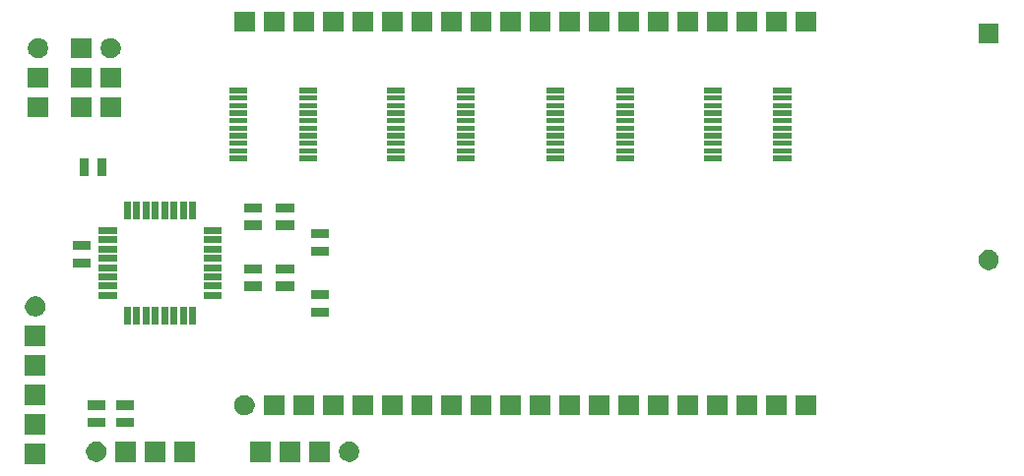
<source format=gbr>
G04 #@! TF.GenerationSoftware,KiCad,Pcbnew,(5.1.2-1)-1*
G04 #@! TF.CreationDate,2019-06-04T19:14:02+03:00*
G04 #@! TF.ProjectId,mag,6d61672e-6b69-4636-9164-5f7063625858,rev?*
G04 #@! TF.SameCoordinates,Original*
G04 #@! TF.FileFunction,Soldermask,Bot*
G04 #@! TF.FilePolarity,Negative*
%FSLAX46Y46*%
G04 Gerber Fmt 4.6, Leading zero omitted, Abs format (unit mm)*
G04 Created by KiCad (PCBNEW (5.1.2-1)-1) date 2019-06-04 19:14:02*
%MOMM*%
%LPD*%
G04 APERTURE LIST*
%ADD10C,0.100000*%
G04 APERTURE END LIST*
D10*
G36*
X100620000Y-80070000D02*
G01*
X98880000Y-80070000D01*
X98880000Y-78330000D01*
X100620000Y-78330000D01*
X100620000Y-80070000D01*
X100620000Y-80070000D01*
G37*
G36*
X127003770Y-78163433D02*
G01*
X127162100Y-78229016D01*
X127256882Y-78292347D01*
X127304595Y-78324228D01*
X127425772Y-78445405D01*
X127425773Y-78445407D01*
X127520984Y-78587900D01*
X127586567Y-78746230D01*
X127620000Y-78914312D01*
X127620000Y-79085688D01*
X127586567Y-79253770D01*
X127520984Y-79412100D01*
X127457653Y-79506882D01*
X127425772Y-79554595D01*
X127304595Y-79675772D01*
X127256882Y-79707653D01*
X127162100Y-79770984D01*
X127003770Y-79836567D01*
X126835688Y-79870000D01*
X126664312Y-79870000D01*
X126496230Y-79836567D01*
X126337900Y-79770984D01*
X126243118Y-79707653D01*
X126195405Y-79675772D01*
X126074228Y-79554595D01*
X126042347Y-79506882D01*
X125979016Y-79412100D01*
X125913433Y-79253770D01*
X125880000Y-79085688D01*
X125880000Y-78914312D01*
X125913433Y-78746230D01*
X125979016Y-78587900D01*
X126074227Y-78445407D01*
X126074228Y-78445405D01*
X126195405Y-78324228D01*
X126243118Y-78292347D01*
X126337900Y-78229016D01*
X126496230Y-78163433D01*
X126664312Y-78130000D01*
X126835688Y-78130000D01*
X127003770Y-78163433D01*
X127003770Y-78163433D01*
G37*
G36*
X125080000Y-79870000D02*
G01*
X123340000Y-79870000D01*
X123340000Y-78130000D01*
X125080000Y-78130000D01*
X125080000Y-79870000D01*
X125080000Y-79870000D01*
G37*
G36*
X122540000Y-79870000D02*
G01*
X120800000Y-79870000D01*
X120800000Y-78130000D01*
X122540000Y-78130000D01*
X122540000Y-79870000D01*
X122540000Y-79870000D01*
G37*
G36*
X120000000Y-79870000D02*
G01*
X118260000Y-79870000D01*
X118260000Y-78130000D01*
X120000000Y-78130000D01*
X120000000Y-79870000D01*
X120000000Y-79870000D01*
G37*
G36*
X113490000Y-79870000D02*
G01*
X111750000Y-79870000D01*
X111750000Y-78130000D01*
X113490000Y-78130000D01*
X113490000Y-79870000D01*
X113490000Y-79870000D01*
G37*
G36*
X110950000Y-79870000D02*
G01*
X109210000Y-79870000D01*
X109210000Y-78130000D01*
X110950000Y-78130000D01*
X110950000Y-79870000D01*
X110950000Y-79870000D01*
G37*
G36*
X108410000Y-79870000D02*
G01*
X106670000Y-79870000D01*
X106670000Y-78130000D01*
X108410000Y-78130000D01*
X108410000Y-79870000D01*
X108410000Y-79870000D01*
G37*
G36*
X105253770Y-78163433D02*
G01*
X105412100Y-78229016D01*
X105506882Y-78292347D01*
X105554595Y-78324228D01*
X105675772Y-78445405D01*
X105675773Y-78445407D01*
X105770984Y-78587900D01*
X105836567Y-78746230D01*
X105870000Y-78914312D01*
X105870000Y-79085688D01*
X105836567Y-79253770D01*
X105770984Y-79412100D01*
X105707653Y-79506882D01*
X105675772Y-79554595D01*
X105554595Y-79675772D01*
X105506882Y-79707653D01*
X105412100Y-79770984D01*
X105253770Y-79836567D01*
X105085688Y-79870000D01*
X104914312Y-79870000D01*
X104746230Y-79836567D01*
X104587900Y-79770984D01*
X104493118Y-79707653D01*
X104445405Y-79675772D01*
X104324228Y-79554595D01*
X104292347Y-79506882D01*
X104229016Y-79412100D01*
X104163433Y-79253770D01*
X104130000Y-79085688D01*
X104130000Y-78914312D01*
X104163433Y-78746230D01*
X104229016Y-78587900D01*
X104324227Y-78445407D01*
X104324228Y-78445405D01*
X104445405Y-78324228D01*
X104493118Y-78292347D01*
X104587900Y-78229016D01*
X104746230Y-78163433D01*
X104914312Y-78130000D01*
X105085688Y-78130000D01*
X105253770Y-78163433D01*
X105253770Y-78163433D01*
G37*
G36*
X100620000Y-77530000D02*
G01*
X98880000Y-77530000D01*
X98880000Y-75790000D01*
X100620000Y-75790000D01*
X100620000Y-77530000D01*
X100620000Y-77530000D01*
G37*
G36*
X108270000Y-76895000D02*
G01*
X106730000Y-76895000D01*
X106730000Y-76105000D01*
X108270000Y-76105000D01*
X108270000Y-76895000D01*
X108270000Y-76895000D01*
G37*
G36*
X105770000Y-76895000D02*
G01*
X104230000Y-76895000D01*
X104230000Y-76105000D01*
X105770000Y-76105000D01*
X105770000Y-76895000D01*
X105770000Y-76895000D01*
G37*
G36*
X136400000Y-75870000D02*
G01*
X134660000Y-75870000D01*
X134660000Y-74130000D01*
X136400000Y-74130000D01*
X136400000Y-75870000D01*
X136400000Y-75870000D01*
G37*
G36*
X133860000Y-75870000D02*
G01*
X132120000Y-75870000D01*
X132120000Y-74130000D01*
X133860000Y-74130000D01*
X133860000Y-75870000D01*
X133860000Y-75870000D01*
G37*
G36*
X131320000Y-75870000D02*
G01*
X129580000Y-75870000D01*
X129580000Y-74130000D01*
X131320000Y-74130000D01*
X131320000Y-75870000D01*
X131320000Y-75870000D01*
G37*
G36*
X128780000Y-75870000D02*
G01*
X127040000Y-75870000D01*
X127040000Y-74130000D01*
X128780000Y-74130000D01*
X128780000Y-75870000D01*
X128780000Y-75870000D01*
G37*
G36*
X126240000Y-75870000D02*
G01*
X124500000Y-75870000D01*
X124500000Y-74130000D01*
X126240000Y-74130000D01*
X126240000Y-75870000D01*
X126240000Y-75870000D01*
G37*
G36*
X123700000Y-75870000D02*
G01*
X121960000Y-75870000D01*
X121960000Y-74130000D01*
X123700000Y-74130000D01*
X123700000Y-75870000D01*
X123700000Y-75870000D01*
G37*
G36*
X121160000Y-75870000D02*
G01*
X119420000Y-75870000D01*
X119420000Y-74130000D01*
X121160000Y-74130000D01*
X121160000Y-75870000D01*
X121160000Y-75870000D01*
G37*
G36*
X118003770Y-74163433D02*
G01*
X118162100Y-74229016D01*
X118256882Y-74292347D01*
X118304595Y-74324228D01*
X118425772Y-74445405D01*
X118425773Y-74445407D01*
X118520984Y-74587900D01*
X118586567Y-74746230D01*
X118620000Y-74914312D01*
X118620000Y-75085688D01*
X118586567Y-75253770D01*
X118520984Y-75412100D01*
X118457653Y-75506882D01*
X118425772Y-75554595D01*
X118304595Y-75675772D01*
X118256882Y-75707653D01*
X118162100Y-75770984D01*
X118003770Y-75836567D01*
X117835688Y-75870000D01*
X117664312Y-75870000D01*
X117496230Y-75836567D01*
X117337900Y-75770984D01*
X117243118Y-75707653D01*
X117195405Y-75675772D01*
X117074228Y-75554595D01*
X117042347Y-75506882D01*
X116979016Y-75412100D01*
X116913433Y-75253770D01*
X116880000Y-75085688D01*
X116880000Y-74914312D01*
X116913433Y-74746230D01*
X116979016Y-74587900D01*
X117074227Y-74445407D01*
X117074228Y-74445405D01*
X117195405Y-74324228D01*
X117243118Y-74292347D01*
X117337900Y-74229016D01*
X117496230Y-74163433D01*
X117664312Y-74130000D01*
X117835688Y-74130000D01*
X118003770Y-74163433D01*
X118003770Y-74163433D01*
G37*
G36*
X166880000Y-75870000D02*
G01*
X165140000Y-75870000D01*
X165140000Y-74130000D01*
X166880000Y-74130000D01*
X166880000Y-75870000D01*
X166880000Y-75870000D01*
G37*
G36*
X164340000Y-75870000D02*
G01*
X162600000Y-75870000D01*
X162600000Y-74130000D01*
X164340000Y-74130000D01*
X164340000Y-75870000D01*
X164340000Y-75870000D01*
G37*
G36*
X161800000Y-75870000D02*
G01*
X160060000Y-75870000D01*
X160060000Y-74130000D01*
X161800000Y-74130000D01*
X161800000Y-75870000D01*
X161800000Y-75870000D01*
G37*
G36*
X159260000Y-75870000D02*
G01*
X157520000Y-75870000D01*
X157520000Y-74130000D01*
X159260000Y-74130000D01*
X159260000Y-75870000D01*
X159260000Y-75870000D01*
G37*
G36*
X156720000Y-75870000D02*
G01*
X154980000Y-75870000D01*
X154980000Y-74130000D01*
X156720000Y-74130000D01*
X156720000Y-75870000D01*
X156720000Y-75870000D01*
G37*
G36*
X154180000Y-75870000D02*
G01*
X152440000Y-75870000D01*
X152440000Y-74130000D01*
X154180000Y-74130000D01*
X154180000Y-75870000D01*
X154180000Y-75870000D01*
G37*
G36*
X151640000Y-75870000D02*
G01*
X149900000Y-75870000D01*
X149900000Y-74130000D01*
X151640000Y-74130000D01*
X151640000Y-75870000D01*
X151640000Y-75870000D01*
G37*
G36*
X149100000Y-75870000D02*
G01*
X147360000Y-75870000D01*
X147360000Y-74130000D01*
X149100000Y-74130000D01*
X149100000Y-75870000D01*
X149100000Y-75870000D01*
G37*
G36*
X146560000Y-75870000D02*
G01*
X144820000Y-75870000D01*
X144820000Y-74130000D01*
X146560000Y-74130000D01*
X146560000Y-75870000D01*
X146560000Y-75870000D01*
G37*
G36*
X144020000Y-75870000D02*
G01*
X142280000Y-75870000D01*
X142280000Y-74130000D01*
X144020000Y-74130000D01*
X144020000Y-75870000D01*
X144020000Y-75870000D01*
G37*
G36*
X141480000Y-75870000D02*
G01*
X139740000Y-75870000D01*
X139740000Y-74130000D01*
X141480000Y-74130000D01*
X141480000Y-75870000D01*
X141480000Y-75870000D01*
G37*
G36*
X138940000Y-75870000D02*
G01*
X137200000Y-75870000D01*
X137200000Y-74130000D01*
X138940000Y-74130000D01*
X138940000Y-75870000D01*
X138940000Y-75870000D01*
G37*
G36*
X105770000Y-75395000D02*
G01*
X104230000Y-75395000D01*
X104230000Y-74605000D01*
X105770000Y-74605000D01*
X105770000Y-75395000D01*
X105770000Y-75395000D01*
G37*
G36*
X108270000Y-75395000D02*
G01*
X106730000Y-75395000D01*
X106730000Y-74605000D01*
X108270000Y-74605000D01*
X108270000Y-75395000D01*
X108270000Y-75395000D01*
G37*
G36*
X100620000Y-74990000D02*
G01*
X98880000Y-74990000D01*
X98880000Y-73250000D01*
X100620000Y-73250000D01*
X100620000Y-74990000D01*
X100620000Y-74990000D01*
G37*
G36*
X100620000Y-72450000D02*
G01*
X98880000Y-72450000D01*
X98880000Y-70710000D01*
X100620000Y-70710000D01*
X100620000Y-72450000D01*
X100620000Y-72450000D01*
G37*
G36*
X100620000Y-69910000D02*
G01*
X98880000Y-69910000D01*
X98880000Y-68170000D01*
X100620000Y-68170000D01*
X100620000Y-69910000D01*
X100620000Y-69910000D01*
G37*
G36*
X113595000Y-68070000D02*
G01*
X113005000Y-68070000D01*
X113005000Y-66530000D01*
X113595000Y-66530000D01*
X113595000Y-68070000D01*
X113595000Y-68070000D01*
G37*
G36*
X111995000Y-68070000D02*
G01*
X111405000Y-68070000D01*
X111405000Y-66530000D01*
X111995000Y-66530000D01*
X111995000Y-68070000D01*
X111995000Y-68070000D01*
G37*
G36*
X107995000Y-68070000D02*
G01*
X107405000Y-68070000D01*
X107405000Y-66530000D01*
X107995000Y-66530000D01*
X107995000Y-68070000D01*
X107995000Y-68070000D01*
G37*
G36*
X108795000Y-68070000D02*
G01*
X108205000Y-68070000D01*
X108205000Y-66530000D01*
X108795000Y-66530000D01*
X108795000Y-68070000D01*
X108795000Y-68070000D01*
G37*
G36*
X109595000Y-68070000D02*
G01*
X109005000Y-68070000D01*
X109005000Y-66530000D01*
X109595000Y-66530000D01*
X109595000Y-68070000D01*
X109595000Y-68070000D01*
G37*
G36*
X110395000Y-68070000D02*
G01*
X109805000Y-68070000D01*
X109805000Y-66530000D01*
X110395000Y-66530000D01*
X110395000Y-68070000D01*
X110395000Y-68070000D01*
G37*
G36*
X111195000Y-68070000D02*
G01*
X110605000Y-68070000D01*
X110605000Y-66530000D01*
X111195000Y-66530000D01*
X111195000Y-68070000D01*
X111195000Y-68070000D01*
G37*
G36*
X112795000Y-68070000D02*
G01*
X112205000Y-68070000D01*
X112205000Y-66530000D01*
X112795000Y-66530000D01*
X112795000Y-68070000D01*
X112795000Y-68070000D01*
G37*
G36*
X125020000Y-67395000D02*
G01*
X123480000Y-67395000D01*
X123480000Y-66605000D01*
X125020000Y-66605000D01*
X125020000Y-67395000D01*
X125020000Y-67395000D01*
G37*
G36*
X100003770Y-65663433D02*
G01*
X100162100Y-65729016D01*
X100256882Y-65792347D01*
X100304595Y-65824228D01*
X100425772Y-65945405D01*
X100425773Y-65945407D01*
X100520984Y-66087900D01*
X100586567Y-66246230D01*
X100620000Y-66414312D01*
X100620000Y-66585688D01*
X100586567Y-66753770D01*
X100520984Y-66912100D01*
X100457653Y-67006882D01*
X100425772Y-67054595D01*
X100304595Y-67175772D01*
X100256882Y-67207653D01*
X100162100Y-67270984D01*
X100003770Y-67336567D01*
X99835688Y-67370000D01*
X99664312Y-67370000D01*
X99496230Y-67336567D01*
X99337900Y-67270984D01*
X99243118Y-67207653D01*
X99195405Y-67175772D01*
X99074228Y-67054595D01*
X99042347Y-67006882D01*
X98979016Y-66912100D01*
X98913433Y-66753770D01*
X98880000Y-66585688D01*
X98880000Y-66414312D01*
X98913433Y-66246230D01*
X98979016Y-66087900D01*
X99074227Y-65945407D01*
X99074228Y-65945405D01*
X99195405Y-65824228D01*
X99243118Y-65792347D01*
X99337900Y-65729016D01*
X99496230Y-65663433D01*
X99664312Y-65630000D01*
X99835688Y-65630000D01*
X100003770Y-65663433D01*
X100003770Y-65663433D01*
G37*
G36*
X125020000Y-65895000D02*
G01*
X123480000Y-65895000D01*
X123480000Y-65105000D01*
X125020000Y-65105000D01*
X125020000Y-65895000D01*
X125020000Y-65895000D01*
G37*
G36*
X106770000Y-65845000D02*
G01*
X105230000Y-65845000D01*
X105230000Y-65255000D01*
X106770000Y-65255000D01*
X106770000Y-65845000D01*
X106770000Y-65845000D01*
G37*
G36*
X115770000Y-65845000D02*
G01*
X114230000Y-65845000D01*
X114230000Y-65255000D01*
X115770000Y-65255000D01*
X115770000Y-65845000D01*
X115770000Y-65845000D01*
G37*
G36*
X119270000Y-65145000D02*
G01*
X117730000Y-65145000D01*
X117730000Y-64355000D01*
X119270000Y-64355000D01*
X119270000Y-65145000D01*
X119270000Y-65145000D01*
G37*
G36*
X122020000Y-65145000D02*
G01*
X120480000Y-65145000D01*
X120480000Y-64355000D01*
X122020000Y-64355000D01*
X122020000Y-65145000D01*
X122020000Y-65145000D01*
G37*
G36*
X115770000Y-65045000D02*
G01*
X114230000Y-65045000D01*
X114230000Y-64455000D01*
X115770000Y-64455000D01*
X115770000Y-65045000D01*
X115770000Y-65045000D01*
G37*
G36*
X106770000Y-65045000D02*
G01*
X105230000Y-65045000D01*
X105230000Y-64455000D01*
X106770000Y-64455000D01*
X106770000Y-65045000D01*
X106770000Y-65045000D01*
G37*
G36*
X115770000Y-64245000D02*
G01*
X114230000Y-64245000D01*
X114230000Y-63655000D01*
X115770000Y-63655000D01*
X115770000Y-64245000D01*
X115770000Y-64245000D01*
G37*
G36*
X106770000Y-64245000D02*
G01*
X105230000Y-64245000D01*
X105230000Y-63655000D01*
X106770000Y-63655000D01*
X106770000Y-64245000D01*
X106770000Y-64245000D01*
G37*
G36*
X119270000Y-63645000D02*
G01*
X117730000Y-63645000D01*
X117730000Y-62855000D01*
X119270000Y-62855000D01*
X119270000Y-63645000D01*
X119270000Y-63645000D01*
G37*
G36*
X122020000Y-63645000D02*
G01*
X120480000Y-63645000D01*
X120480000Y-62855000D01*
X122020000Y-62855000D01*
X122020000Y-63645000D01*
X122020000Y-63645000D01*
G37*
G36*
X115770000Y-63445000D02*
G01*
X114230000Y-63445000D01*
X114230000Y-62855000D01*
X115770000Y-62855000D01*
X115770000Y-63445000D01*
X115770000Y-63445000D01*
G37*
G36*
X106770000Y-63445000D02*
G01*
X105230000Y-63445000D01*
X105230000Y-62855000D01*
X106770000Y-62855000D01*
X106770000Y-63445000D01*
X106770000Y-63445000D01*
G37*
G36*
X182003770Y-61663433D02*
G01*
X182162100Y-61729016D01*
X182256882Y-61792347D01*
X182304595Y-61824228D01*
X182425772Y-61945405D01*
X182425773Y-61945407D01*
X182520984Y-62087900D01*
X182586567Y-62246230D01*
X182620000Y-62414312D01*
X182620000Y-62585688D01*
X182586567Y-62753770D01*
X182520984Y-62912100D01*
X182457653Y-63006882D01*
X182425772Y-63054595D01*
X182304595Y-63175772D01*
X182256882Y-63207653D01*
X182162100Y-63270984D01*
X182003770Y-63336567D01*
X181835688Y-63370000D01*
X181664312Y-63370000D01*
X181496230Y-63336567D01*
X181337900Y-63270984D01*
X181243118Y-63207653D01*
X181195405Y-63175772D01*
X181074228Y-63054595D01*
X181042347Y-63006882D01*
X180979016Y-62912100D01*
X180913433Y-62753770D01*
X180880000Y-62585688D01*
X180880000Y-62414312D01*
X180913433Y-62246230D01*
X180979016Y-62087900D01*
X181074227Y-61945407D01*
X181074228Y-61945405D01*
X181195405Y-61824228D01*
X181243118Y-61792347D01*
X181337900Y-61729016D01*
X181496230Y-61663433D01*
X181664312Y-61630000D01*
X181835688Y-61630000D01*
X182003770Y-61663433D01*
X182003770Y-61663433D01*
G37*
G36*
X104520000Y-63145000D02*
G01*
X102980000Y-63145000D01*
X102980000Y-62355000D01*
X104520000Y-62355000D01*
X104520000Y-63145000D01*
X104520000Y-63145000D01*
G37*
G36*
X106770000Y-62645000D02*
G01*
X105230000Y-62645000D01*
X105230000Y-62055000D01*
X106770000Y-62055000D01*
X106770000Y-62645000D01*
X106770000Y-62645000D01*
G37*
G36*
X115770000Y-62645000D02*
G01*
X114230000Y-62645000D01*
X114230000Y-62055000D01*
X115770000Y-62055000D01*
X115770000Y-62645000D01*
X115770000Y-62645000D01*
G37*
G36*
X125020000Y-62145000D02*
G01*
X123480000Y-62145000D01*
X123480000Y-61355000D01*
X125020000Y-61355000D01*
X125020000Y-62145000D01*
X125020000Y-62145000D01*
G37*
G36*
X115770000Y-61845000D02*
G01*
X114230000Y-61845000D01*
X114230000Y-61255000D01*
X115770000Y-61255000D01*
X115770000Y-61845000D01*
X115770000Y-61845000D01*
G37*
G36*
X106770000Y-61845000D02*
G01*
X105230000Y-61845000D01*
X105230000Y-61255000D01*
X106770000Y-61255000D01*
X106770000Y-61845000D01*
X106770000Y-61845000D01*
G37*
G36*
X104520000Y-61645000D02*
G01*
X102980000Y-61645000D01*
X102980000Y-60855000D01*
X104520000Y-60855000D01*
X104520000Y-61645000D01*
X104520000Y-61645000D01*
G37*
G36*
X115770000Y-61045000D02*
G01*
X114230000Y-61045000D01*
X114230000Y-60455000D01*
X115770000Y-60455000D01*
X115770000Y-61045000D01*
X115770000Y-61045000D01*
G37*
G36*
X106770000Y-61045000D02*
G01*
X105230000Y-61045000D01*
X105230000Y-60455000D01*
X106770000Y-60455000D01*
X106770000Y-61045000D01*
X106770000Y-61045000D01*
G37*
G36*
X125020000Y-60645000D02*
G01*
X123480000Y-60645000D01*
X123480000Y-59855000D01*
X125020000Y-59855000D01*
X125020000Y-60645000D01*
X125020000Y-60645000D01*
G37*
G36*
X106770000Y-60245000D02*
G01*
X105230000Y-60245000D01*
X105230000Y-59655000D01*
X106770000Y-59655000D01*
X106770000Y-60245000D01*
X106770000Y-60245000D01*
G37*
G36*
X115770000Y-60245000D02*
G01*
X114230000Y-60245000D01*
X114230000Y-59655000D01*
X115770000Y-59655000D01*
X115770000Y-60245000D01*
X115770000Y-60245000D01*
G37*
G36*
X122020000Y-59895000D02*
G01*
X120480000Y-59895000D01*
X120480000Y-59105000D01*
X122020000Y-59105000D01*
X122020000Y-59895000D01*
X122020000Y-59895000D01*
G37*
G36*
X119270000Y-59895000D02*
G01*
X117730000Y-59895000D01*
X117730000Y-59105000D01*
X119270000Y-59105000D01*
X119270000Y-59895000D01*
X119270000Y-59895000D01*
G37*
G36*
X107995000Y-59020000D02*
G01*
X107405000Y-59020000D01*
X107405000Y-57480000D01*
X107995000Y-57480000D01*
X107995000Y-59020000D01*
X107995000Y-59020000D01*
G37*
G36*
X108795000Y-59020000D02*
G01*
X108205000Y-59020000D01*
X108205000Y-57480000D01*
X108795000Y-57480000D01*
X108795000Y-59020000D01*
X108795000Y-59020000D01*
G37*
G36*
X109595000Y-59020000D02*
G01*
X109005000Y-59020000D01*
X109005000Y-57480000D01*
X109595000Y-57480000D01*
X109595000Y-59020000D01*
X109595000Y-59020000D01*
G37*
G36*
X110395000Y-59020000D02*
G01*
X109805000Y-59020000D01*
X109805000Y-57480000D01*
X110395000Y-57480000D01*
X110395000Y-59020000D01*
X110395000Y-59020000D01*
G37*
G36*
X111195000Y-59020000D02*
G01*
X110605000Y-59020000D01*
X110605000Y-57480000D01*
X111195000Y-57480000D01*
X111195000Y-59020000D01*
X111195000Y-59020000D01*
G37*
G36*
X111995000Y-59020000D02*
G01*
X111405000Y-59020000D01*
X111405000Y-57480000D01*
X111995000Y-57480000D01*
X111995000Y-59020000D01*
X111995000Y-59020000D01*
G37*
G36*
X112795000Y-59020000D02*
G01*
X112205000Y-59020000D01*
X112205000Y-57480000D01*
X112795000Y-57480000D01*
X112795000Y-59020000D01*
X112795000Y-59020000D01*
G37*
G36*
X113595000Y-59020000D02*
G01*
X113005000Y-59020000D01*
X113005000Y-57480000D01*
X113595000Y-57480000D01*
X113595000Y-59020000D01*
X113595000Y-59020000D01*
G37*
G36*
X119270000Y-58395000D02*
G01*
X117730000Y-58395000D01*
X117730000Y-57605000D01*
X119270000Y-57605000D01*
X119270000Y-58395000D01*
X119270000Y-58395000D01*
G37*
G36*
X122020000Y-58395000D02*
G01*
X120480000Y-58395000D01*
X120480000Y-57605000D01*
X122020000Y-57605000D01*
X122020000Y-58395000D01*
X122020000Y-58395000D01*
G37*
G36*
X105895000Y-55270000D02*
G01*
X105105000Y-55270000D01*
X105105000Y-53730000D01*
X105895000Y-53730000D01*
X105895000Y-55270000D01*
X105895000Y-55270000D01*
G37*
G36*
X104395000Y-55270000D02*
G01*
X103605000Y-55270000D01*
X103605000Y-53730000D01*
X104395000Y-53730000D01*
X104395000Y-55270000D01*
X104395000Y-55270000D01*
G37*
G36*
X158770000Y-53970000D02*
G01*
X157230000Y-53970000D01*
X157230000Y-53530000D01*
X158770000Y-53530000D01*
X158770000Y-53970000D01*
X158770000Y-53970000D01*
G37*
G36*
X124020000Y-53970000D02*
G01*
X122480000Y-53970000D01*
X122480000Y-53530000D01*
X124020000Y-53530000D01*
X124020000Y-53970000D01*
X124020000Y-53970000D01*
G37*
G36*
X164770000Y-53970000D02*
G01*
X163230000Y-53970000D01*
X163230000Y-53530000D01*
X164770000Y-53530000D01*
X164770000Y-53970000D01*
X164770000Y-53970000D01*
G37*
G36*
X145270000Y-53970000D02*
G01*
X143730000Y-53970000D01*
X143730000Y-53530000D01*
X145270000Y-53530000D01*
X145270000Y-53970000D01*
X145270000Y-53970000D01*
G37*
G36*
X151270000Y-53970000D02*
G01*
X149730000Y-53970000D01*
X149730000Y-53530000D01*
X151270000Y-53530000D01*
X151270000Y-53970000D01*
X151270000Y-53970000D01*
G37*
G36*
X137520000Y-53970000D02*
G01*
X135980000Y-53970000D01*
X135980000Y-53530000D01*
X137520000Y-53530000D01*
X137520000Y-53970000D01*
X137520000Y-53970000D01*
G37*
G36*
X131520000Y-53970000D02*
G01*
X129980000Y-53970000D01*
X129980000Y-53530000D01*
X131520000Y-53530000D01*
X131520000Y-53970000D01*
X131520000Y-53970000D01*
G37*
G36*
X118020000Y-53970000D02*
G01*
X116480000Y-53970000D01*
X116480000Y-53530000D01*
X118020000Y-53530000D01*
X118020000Y-53970000D01*
X118020000Y-53970000D01*
G37*
G36*
X151270000Y-53320000D02*
G01*
X149730000Y-53320000D01*
X149730000Y-52880000D01*
X151270000Y-52880000D01*
X151270000Y-53320000D01*
X151270000Y-53320000D01*
G37*
G36*
X158770000Y-53320000D02*
G01*
X157230000Y-53320000D01*
X157230000Y-52880000D01*
X158770000Y-52880000D01*
X158770000Y-53320000D01*
X158770000Y-53320000D01*
G37*
G36*
X145270000Y-53320000D02*
G01*
X143730000Y-53320000D01*
X143730000Y-52880000D01*
X145270000Y-52880000D01*
X145270000Y-53320000D01*
X145270000Y-53320000D01*
G37*
G36*
X137520000Y-53320000D02*
G01*
X135980000Y-53320000D01*
X135980000Y-52880000D01*
X137520000Y-52880000D01*
X137520000Y-53320000D01*
X137520000Y-53320000D01*
G37*
G36*
X131520000Y-53320000D02*
G01*
X129980000Y-53320000D01*
X129980000Y-52880000D01*
X131520000Y-52880000D01*
X131520000Y-53320000D01*
X131520000Y-53320000D01*
G37*
G36*
X124020000Y-53320000D02*
G01*
X122480000Y-53320000D01*
X122480000Y-52880000D01*
X124020000Y-52880000D01*
X124020000Y-53320000D01*
X124020000Y-53320000D01*
G37*
G36*
X118020000Y-53320000D02*
G01*
X116480000Y-53320000D01*
X116480000Y-52880000D01*
X118020000Y-52880000D01*
X118020000Y-53320000D01*
X118020000Y-53320000D01*
G37*
G36*
X164770000Y-53320000D02*
G01*
X163230000Y-53320000D01*
X163230000Y-52880000D01*
X164770000Y-52880000D01*
X164770000Y-53320000D01*
X164770000Y-53320000D01*
G37*
G36*
X131520000Y-52670000D02*
G01*
X129980000Y-52670000D01*
X129980000Y-52230000D01*
X131520000Y-52230000D01*
X131520000Y-52670000D01*
X131520000Y-52670000D01*
G37*
G36*
X137520000Y-52670000D02*
G01*
X135980000Y-52670000D01*
X135980000Y-52230000D01*
X137520000Y-52230000D01*
X137520000Y-52670000D01*
X137520000Y-52670000D01*
G37*
G36*
X158770000Y-52670000D02*
G01*
X157230000Y-52670000D01*
X157230000Y-52230000D01*
X158770000Y-52230000D01*
X158770000Y-52670000D01*
X158770000Y-52670000D01*
G37*
G36*
X164770000Y-52670000D02*
G01*
X163230000Y-52670000D01*
X163230000Y-52230000D01*
X164770000Y-52230000D01*
X164770000Y-52670000D01*
X164770000Y-52670000D01*
G37*
G36*
X118020000Y-52670000D02*
G01*
X116480000Y-52670000D01*
X116480000Y-52230000D01*
X118020000Y-52230000D01*
X118020000Y-52670000D01*
X118020000Y-52670000D01*
G37*
G36*
X145270000Y-52670000D02*
G01*
X143730000Y-52670000D01*
X143730000Y-52230000D01*
X145270000Y-52230000D01*
X145270000Y-52670000D01*
X145270000Y-52670000D01*
G37*
G36*
X151270000Y-52670000D02*
G01*
X149730000Y-52670000D01*
X149730000Y-52230000D01*
X151270000Y-52230000D01*
X151270000Y-52670000D01*
X151270000Y-52670000D01*
G37*
G36*
X124020000Y-52670000D02*
G01*
X122480000Y-52670000D01*
X122480000Y-52230000D01*
X124020000Y-52230000D01*
X124020000Y-52670000D01*
X124020000Y-52670000D01*
G37*
G36*
X118020000Y-52020000D02*
G01*
X116480000Y-52020000D01*
X116480000Y-51580000D01*
X118020000Y-51580000D01*
X118020000Y-52020000D01*
X118020000Y-52020000D01*
G37*
G36*
X124020000Y-52020000D02*
G01*
X122480000Y-52020000D01*
X122480000Y-51580000D01*
X124020000Y-51580000D01*
X124020000Y-52020000D01*
X124020000Y-52020000D01*
G37*
G36*
X151270000Y-52020000D02*
G01*
X149730000Y-52020000D01*
X149730000Y-51580000D01*
X151270000Y-51580000D01*
X151270000Y-52020000D01*
X151270000Y-52020000D01*
G37*
G36*
X145270000Y-52020000D02*
G01*
X143730000Y-52020000D01*
X143730000Y-51580000D01*
X145270000Y-51580000D01*
X145270000Y-52020000D01*
X145270000Y-52020000D01*
G37*
G36*
X131520000Y-52020000D02*
G01*
X129980000Y-52020000D01*
X129980000Y-51580000D01*
X131520000Y-51580000D01*
X131520000Y-52020000D01*
X131520000Y-52020000D01*
G37*
G36*
X137520000Y-52020000D02*
G01*
X135980000Y-52020000D01*
X135980000Y-51580000D01*
X137520000Y-51580000D01*
X137520000Y-52020000D01*
X137520000Y-52020000D01*
G37*
G36*
X158770000Y-52020000D02*
G01*
X157230000Y-52020000D01*
X157230000Y-51580000D01*
X158770000Y-51580000D01*
X158770000Y-52020000D01*
X158770000Y-52020000D01*
G37*
G36*
X164770000Y-52020000D02*
G01*
X163230000Y-52020000D01*
X163230000Y-51580000D01*
X164770000Y-51580000D01*
X164770000Y-52020000D01*
X164770000Y-52020000D01*
G37*
G36*
X158770000Y-51370000D02*
G01*
X157230000Y-51370000D01*
X157230000Y-50930000D01*
X158770000Y-50930000D01*
X158770000Y-51370000D01*
X158770000Y-51370000D01*
G37*
G36*
X164770000Y-51370000D02*
G01*
X163230000Y-51370000D01*
X163230000Y-50930000D01*
X164770000Y-50930000D01*
X164770000Y-51370000D01*
X164770000Y-51370000D01*
G37*
G36*
X131520000Y-51370000D02*
G01*
X129980000Y-51370000D01*
X129980000Y-50930000D01*
X131520000Y-50930000D01*
X131520000Y-51370000D01*
X131520000Y-51370000D01*
G37*
G36*
X137520000Y-51370000D02*
G01*
X135980000Y-51370000D01*
X135980000Y-50930000D01*
X137520000Y-50930000D01*
X137520000Y-51370000D01*
X137520000Y-51370000D01*
G37*
G36*
X124020000Y-51370000D02*
G01*
X122480000Y-51370000D01*
X122480000Y-50930000D01*
X124020000Y-50930000D01*
X124020000Y-51370000D01*
X124020000Y-51370000D01*
G37*
G36*
X118020000Y-51370000D02*
G01*
X116480000Y-51370000D01*
X116480000Y-50930000D01*
X118020000Y-50930000D01*
X118020000Y-51370000D01*
X118020000Y-51370000D01*
G37*
G36*
X145270000Y-51370000D02*
G01*
X143730000Y-51370000D01*
X143730000Y-50930000D01*
X145270000Y-50930000D01*
X145270000Y-51370000D01*
X145270000Y-51370000D01*
G37*
G36*
X151270000Y-51370000D02*
G01*
X149730000Y-51370000D01*
X149730000Y-50930000D01*
X151270000Y-50930000D01*
X151270000Y-51370000D01*
X151270000Y-51370000D01*
G37*
G36*
X145270000Y-50720000D02*
G01*
X143730000Y-50720000D01*
X143730000Y-50280000D01*
X145270000Y-50280000D01*
X145270000Y-50720000D01*
X145270000Y-50720000D01*
G37*
G36*
X118020000Y-50720000D02*
G01*
X116480000Y-50720000D01*
X116480000Y-50280000D01*
X118020000Y-50280000D01*
X118020000Y-50720000D01*
X118020000Y-50720000D01*
G37*
G36*
X124020000Y-50720000D02*
G01*
X122480000Y-50720000D01*
X122480000Y-50280000D01*
X124020000Y-50280000D01*
X124020000Y-50720000D01*
X124020000Y-50720000D01*
G37*
G36*
X131520000Y-50720000D02*
G01*
X129980000Y-50720000D01*
X129980000Y-50280000D01*
X131520000Y-50280000D01*
X131520000Y-50720000D01*
X131520000Y-50720000D01*
G37*
G36*
X137520000Y-50720000D02*
G01*
X135980000Y-50720000D01*
X135980000Y-50280000D01*
X137520000Y-50280000D01*
X137520000Y-50720000D01*
X137520000Y-50720000D01*
G37*
G36*
X151270000Y-50720000D02*
G01*
X149730000Y-50720000D01*
X149730000Y-50280000D01*
X151270000Y-50280000D01*
X151270000Y-50720000D01*
X151270000Y-50720000D01*
G37*
G36*
X158770000Y-50720000D02*
G01*
X157230000Y-50720000D01*
X157230000Y-50280000D01*
X158770000Y-50280000D01*
X158770000Y-50720000D01*
X158770000Y-50720000D01*
G37*
G36*
X164770000Y-50720000D02*
G01*
X163230000Y-50720000D01*
X163230000Y-50280000D01*
X164770000Y-50280000D01*
X164770000Y-50720000D01*
X164770000Y-50720000D01*
G37*
G36*
X107120000Y-50200000D02*
G01*
X105380000Y-50200000D01*
X105380000Y-48460000D01*
X107120000Y-48460000D01*
X107120000Y-50200000D01*
X107120000Y-50200000D01*
G37*
G36*
X104580000Y-50200000D02*
G01*
X102840000Y-50200000D01*
X102840000Y-48460000D01*
X104580000Y-48460000D01*
X104580000Y-50200000D01*
X104580000Y-50200000D01*
G37*
G36*
X100870000Y-50200000D02*
G01*
X99130000Y-50200000D01*
X99130000Y-48460000D01*
X100870000Y-48460000D01*
X100870000Y-50200000D01*
X100870000Y-50200000D01*
G37*
G36*
X145270000Y-50070000D02*
G01*
X143730000Y-50070000D01*
X143730000Y-49630000D01*
X145270000Y-49630000D01*
X145270000Y-50070000D01*
X145270000Y-50070000D01*
G37*
G36*
X164770000Y-50070000D02*
G01*
X163230000Y-50070000D01*
X163230000Y-49630000D01*
X164770000Y-49630000D01*
X164770000Y-50070000D01*
X164770000Y-50070000D01*
G37*
G36*
X137520000Y-50070000D02*
G01*
X135980000Y-50070000D01*
X135980000Y-49630000D01*
X137520000Y-49630000D01*
X137520000Y-50070000D01*
X137520000Y-50070000D01*
G37*
G36*
X131520000Y-50070000D02*
G01*
X129980000Y-50070000D01*
X129980000Y-49630000D01*
X131520000Y-49630000D01*
X131520000Y-50070000D01*
X131520000Y-50070000D01*
G37*
G36*
X124020000Y-50070000D02*
G01*
X122480000Y-50070000D01*
X122480000Y-49630000D01*
X124020000Y-49630000D01*
X124020000Y-50070000D01*
X124020000Y-50070000D01*
G37*
G36*
X151270000Y-50070000D02*
G01*
X149730000Y-50070000D01*
X149730000Y-49630000D01*
X151270000Y-49630000D01*
X151270000Y-50070000D01*
X151270000Y-50070000D01*
G37*
G36*
X118020000Y-50070000D02*
G01*
X116480000Y-50070000D01*
X116480000Y-49630000D01*
X118020000Y-49630000D01*
X118020000Y-50070000D01*
X118020000Y-50070000D01*
G37*
G36*
X158770000Y-50070000D02*
G01*
X157230000Y-50070000D01*
X157230000Y-49630000D01*
X158770000Y-49630000D01*
X158770000Y-50070000D01*
X158770000Y-50070000D01*
G37*
G36*
X137520000Y-49420000D02*
G01*
X135980000Y-49420000D01*
X135980000Y-48980000D01*
X137520000Y-48980000D01*
X137520000Y-49420000D01*
X137520000Y-49420000D01*
G37*
G36*
X145270000Y-49420000D02*
G01*
X143730000Y-49420000D01*
X143730000Y-48980000D01*
X145270000Y-48980000D01*
X145270000Y-49420000D01*
X145270000Y-49420000D01*
G37*
G36*
X158770000Y-49420000D02*
G01*
X157230000Y-49420000D01*
X157230000Y-48980000D01*
X158770000Y-48980000D01*
X158770000Y-49420000D01*
X158770000Y-49420000D01*
G37*
G36*
X151270000Y-49420000D02*
G01*
X149730000Y-49420000D01*
X149730000Y-48980000D01*
X151270000Y-48980000D01*
X151270000Y-49420000D01*
X151270000Y-49420000D01*
G37*
G36*
X118020000Y-49420000D02*
G01*
X116480000Y-49420000D01*
X116480000Y-48980000D01*
X118020000Y-48980000D01*
X118020000Y-49420000D01*
X118020000Y-49420000D01*
G37*
G36*
X124020000Y-49420000D02*
G01*
X122480000Y-49420000D01*
X122480000Y-48980000D01*
X124020000Y-48980000D01*
X124020000Y-49420000D01*
X124020000Y-49420000D01*
G37*
G36*
X164770000Y-49420000D02*
G01*
X163230000Y-49420000D01*
X163230000Y-48980000D01*
X164770000Y-48980000D01*
X164770000Y-49420000D01*
X164770000Y-49420000D01*
G37*
G36*
X131520000Y-49420000D02*
G01*
X129980000Y-49420000D01*
X129980000Y-48980000D01*
X131520000Y-48980000D01*
X131520000Y-49420000D01*
X131520000Y-49420000D01*
G37*
G36*
X131520000Y-48770000D02*
G01*
X129980000Y-48770000D01*
X129980000Y-48330000D01*
X131520000Y-48330000D01*
X131520000Y-48770000D01*
X131520000Y-48770000D01*
G37*
G36*
X137520000Y-48770000D02*
G01*
X135980000Y-48770000D01*
X135980000Y-48330000D01*
X137520000Y-48330000D01*
X137520000Y-48770000D01*
X137520000Y-48770000D01*
G37*
G36*
X145270000Y-48770000D02*
G01*
X143730000Y-48770000D01*
X143730000Y-48330000D01*
X145270000Y-48330000D01*
X145270000Y-48770000D01*
X145270000Y-48770000D01*
G37*
G36*
X164770000Y-48770000D02*
G01*
X163230000Y-48770000D01*
X163230000Y-48330000D01*
X164770000Y-48330000D01*
X164770000Y-48770000D01*
X164770000Y-48770000D01*
G37*
G36*
X158770000Y-48770000D02*
G01*
X157230000Y-48770000D01*
X157230000Y-48330000D01*
X158770000Y-48330000D01*
X158770000Y-48770000D01*
X158770000Y-48770000D01*
G37*
G36*
X124020000Y-48770000D02*
G01*
X122480000Y-48770000D01*
X122480000Y-48330000D01*
X124020000Y-48330000D01*
X124020000Y-48770000D01*
X124020000Y-48770000D01*
G37*
G36*
X118020000Y-48770000D02*
G01*
X116480000Y-48770000D01*
X116480000Y-48330000D01*
X118020000Y-48330000D01*
X118020000Y-48770000D01*
X118020000Y-48770000D01*
G37*
G36*
X151270000Y-48770000D02*
G01*
X149730000Y-48770000D01*
X149730000Y-48330000D01*
X151270000Y-48330000D01*
X151270000Y-48770000D01*
X151270000Y-48770000D01*
G37*
G36*
X118020000Y-48120000D02*
G01*
X116480000Y-48120000D01*
X116480000Y-47680000D01*
X118020000Y-47680000D01*
X118020000Y-48120000D01*
X118020000Y-48120000D01*
G37*
G36*
X145270000Y-48120000D02*
G01*
X143730000Y-48120000D01*
X143730000Y-47680000D01*
X145270000Y-47680000D01*
X145270000Y-48120000D01*
X145270000Y-48120000D01*
G37*
G36*
X151270000Y-48120000D02*
G01*
X149730000Y-48120000D01*
X149730000Y-47680000D01*
X151270000Y-47680000D01*
X151270000Y-48120000D01*
X151270000Y-48120000D01*
G37*
G36*
X164770000Y-48120000D02*
G01*
X163230000Y-48120000D01*
X163230000Y-47680000D01*
X164770000Y-47680000D01*
X164770000Y-48120000D01*
X164770000Y-48120000D01*
G37*
G36*
X158770000Y-48120000D02*
G01*
X157230000Y-48120000D01*
X157230000Y-47680000D01*
X158770000Y-47680000D01*
X158770000Y-48120000D01*
X158770000Y-48120000D01*
G37*
G36*
X124020000Y-48120000D02*
G01*
X122480000Y-48120000D01*
X122480000Y-47680000D01*
X124020000Y-47680000D01*
X124020000Y-48120000D01*
X124020000Y-48120000D01*
G37*
G36*
X131520000Y-48120000D02*
G01*
X129980000Y-48120000D01*
X129980000Y-47680000D01*
X131520000Y-47680000D01*
X131520000Y-48120000D01*
X131520000Y-48120000D01*
G37*
G36*
X137520000Y-48120000D02*
G01*
X135980000Y-48120000D01*
X135980000Y-47680000D01*
X137520000Y-47680000D01*
X137520000Y-48120000D01*
X137520000Y-48120000D01*
G37*
G36*
X107120000Y-47660000D02*
G01*
X105380000Y-47660000D01*
X105380000Y-45920000D01*
X107120000Y-45920000D01*
X107120000Y-47660000D01*
X107120000Y-47660000D01*
G37*
G36*
X104580000Y-47660000D02*
G01*
X102840000Y-47660000D01*
X102840000Y-45920000D01*
X104580000Y-45920000D01*
X104580000Y-47660000D01*
X104580000Y-47660000D01*
G37*
G36*
X100870000Y-47660000D02*
G01*
X99130000Y-47660000D01*
X99130000Y-45920000D01*
X100870000Y-45920000D01*
X100870000Y-47660000D01*
X100870000Y-47660000D01*
G37*
G36*
X104580000Y-45120000D02*
G01*
X102840000Y-45120000D01*
X102840000Y-43380000D01*
X104580000Y-43380000D01*
X104580000Y-45120000D01*
X104580000Y-45120000D01*
G37*
G36*
X106503770Y-43413433D02*
G01*
X106662100Y-43479016D01*
X106756882Y-43542347D01*
X106804595Y-43574228D01*
X106925772Y-43695405D01*
X106925773Y-43695407D01*
X107020984Y-43837900D01*
X107086567Y-43996230D01*
X107120000Y-44164312D01*
X107120000Y-44335688D01*
X107086567Y-44503770D01*
X107020984Y-44662100D01*
X106957653Y-44756882D01*
X106925772Y-44804595D01*
X106804595Y-44925772D01*
X106756882Y-44957653D01*
X106662100Y-45020984D01*
X106503770Y-45086567D01*
X106335688Y-45120000D01*
X106164312Y-45120000D01*
X105996230Y-45086567D01*
X105837900Y-45020984D01*
X105743118Y-44957653D01*
X105695405Y-44925772D01*
X105574228Y-44804595D01*
X105542347Y-44756882D01*
X105479016Y-44662100D01*
X105413433Y-44503770D01*
X105380000Y-44335688D01*
X105380000Y-44164312D01*
X105413433Y-43996230D01*
X105479016Y-43837900D01*
X105574227Y-43695407D01*
X105574228Y-43695405D01*
X105695405Y-43574228D01*
X105743118Y-43542347D01*
X105837900Y-43479016D01*
X105996230Y-43413433D01*
X106164312Y-43380000D01*
X106335688Y-43380000D01*
X106503770Y-43413433D01*
X106503770Y-43413433D01*
G37*
G36*
X100253770Y-43413433D02*
G01*
X100412100Y-43479016D01*
X100506882Y-43542347D01*
X100554595Y-43574228D01*
X100675772Y-43695405D01*
X100675773Y-43695407D01*
X100770984Y-43837900D01*
X100836567Y-43996230D01*
X100870000Y-44164312D01*
X100870000Y-44335688D01*
X100836567Y-44503770D01*
X100770984Y-44662100D01*
X100707653Y-44756882D01*
X100675772Y-44804595D01*
X100554595Y-44925772D01*
X100506882Y-44957653D01*
X100412100Y-45020984D01*
X100253770Y-45086567D01*
X100085688Y-45120000D01*
X99914312Y-45120000D01*
X99746230Y-45086567D01*
X99587900Y-45020984D01*
X99493118Y-44957653D01*
X99445405Y-44925772D01*
X99324228Y-44804595D01*
X99292347Y-44756882D01*
X99229016Y-44662100D01*
X99163433Y-44503770D01*
X99130000Y-44335688D01*
X99130000Y-44164312D01*
X99163433Y-43996230D01*
X99229016Y-43837900D01*
X99324227Y-43695407D01*
X99324228Y-43695405D01*
X99445405Y-43574228D01*
X99493118Y-43542347D01*
X99587900Y-43479016D01*
X99746230Y-43413433D01*
X99914312Y-43380000D01*
X100085688Y-43380000D01*
X100253770Y-43413433D01*
X100253770Y-43413433D01*
G37*
G36*
X182620000Y-43870000D02*
G01*
X180880000Y-43870000D01*
X180880000Y-42130000D01*
X182620000Y-42130000D01*
X182620000Y-43870000D01*
X182620000Y-43870000D01*
G37*
G36*
X159260000Y-42850000D02*
G01*
X157520000Y-42850000D01*
X157520000Y-41110000D01*
X159260000Y-41110000D01*
X159260000Y-42850000D01*
X159260000Y-42850000D01*
G37*
G36*
X156720000Y-42850000D02*
G01*
X154980000Y-42850000D01*
X154980000Y-41110000D01*
X156720000Y-41110000D01*
X156720000Y-42850000D01*
X156720000Y-42850000D01*
G37*
G36*
X154180000Y-42850000D02*
G01*
X152440000Y-42850000D01*
X152440000Y-41110000D01*
X154180000Y-41110000D01*
X154180000Y-42850000D01*
X154180000Y-42850000D01*
G37*
G36*
X151640000Y-42850000D02*
G01*
X149900000Y-42850000D01*
X149900000Y-41110000D01*
X151640000Y-41110000D01*
X151640000Y-42850000D01*
X151640000Y-42850000D01*
G37*
G36*
X161800000Y-42850000D02*
G01*
X160060000Y-42850000D01*
X160060000Y-41110000D01*
X161800000Y-41110000D01*
X161800000Y-42850000D01*
X161800000Y-42850000D01*
G37*
G36*
X146560000Y-42850000D02*
G01*
X144820000Y-42850000D01*
X144820000Y-41110000D01*
X146560000Y-41110000D01*
X146560000Y-42850000D01*
X146560000Y-42850000D01*
G37*
G36*
X144020000Y-42850000D02*
G01*
X142280000Y-42850000D01*
X142280000Y-41110000D01*
X144020000Y-41110000D01*
X144020000Y-42850000D01*
X144020000Y-42850000D01*
G37*
G36*
X141480000Y-42850000D02*
G01*
X139740000Y-42850000D01*
X139740000Y-41110000D01*
X141480000Y-41110000D01*
X141480000Y-42850000D01*
X141480000Y-42850000D01*
G37*
G36*
X138940000Y-42850000D02*
G01*
X137200000Y-42850000D01*
X137200000Y-41110000D01*
X138940000Y-41110000D01*
X138940000Y-42850000D01*
X138940000Y-42850000D01*
G37*
G36*
X136400000Y-42850000D02*
G01*
X134660000Y-42850000D01*
X134660000Y-41110000D01*
X136400000Y-41110000D01*
X136400000Y-42850000D01*
X136400000Y-42850000D01*
G37*
G36*
X133860000Y-42850000D02*
G01*
X132120000Y-42850000D01*
X132120000Y-41110000D01*
X133860000Y-41110000D01*
X133860000Y-42850000D01*
X133860000Y-42850000D01*
G37*
G36*
X131320000Y-42850000D02*
G01*
X129580000Y-42850000D01*
X129580000Y-41110000D01*
X131320000Y-41110000D01*
X131320000Y-42850000D01*
X131320000Y-42850000D01*
G37*
G36*
X128780000Y-42850000D02*
G01*
X127040000Y-42850000D01*
X127040000Y-41110000D01*
X128780000Y-41110000D01*
X128780000Y-42850000D01*
X128780000Y-42850000D01*
G37*
G36*
X126240000Y-42850000D02*
G01*
X124500000Y-42850000D01*
X124500000Y-41110000D01*
X126240000Y-41110000D01*
X126240000Y-42850000D01*
X126240000Y-42850000D01*
G37*
G36*
X123700000Y-42850000D02*
G01*
X121960000Y-42850000D01*
X121960000Y-41110000D01*
X123700000Y-41110000D01*
X123700000Y-42850000D01*
X123700000Y-42850000D01*
G37*
G36*
X121160000Y-42850000D02*
G01*
X119420000Y-42850000D01*
X119420000Y-41110000D01*
X121160000Y-41110000D01*
X121160000Y-42850000D01*
X121160000Y-42850000D01*
G37*
G36*
X118620000Y-42850000D02*
G01*
X116880000Y-42850000D01*
X116880000Y-41110000D01*
X118620000Y-41110000D01*
X118620000Y-42850000D01*
X118620000Y-42850000D01*
G37*
G36*
X164340000Y-42850000D02*
G01*
X162600000Y-42850000D01*
X162600000Y-41110000D01*
X164340000Y-41110000D01*
X164340000Y-42850000D01*
X164340000Y-42850000D01*
G37*
G36*
X149100000Y-42850000D02*
G01*
X147360000Y-42850000D01*
X147360000Y-41110000D01*
X149100000Y-41110000D01*
X149100000Y-42850000D01*
X149100000Y-42850000D01*
G37*
G36*
X166880000Y-42850000D02*
G01*
X165140000Y-42850000D01*
X165140000Y-41110000D01*
X166880000Y-41110000D01*
X166880000Y-42850000D01*
X166880000Y-42850000D01*
G37*
M02*

</source>
